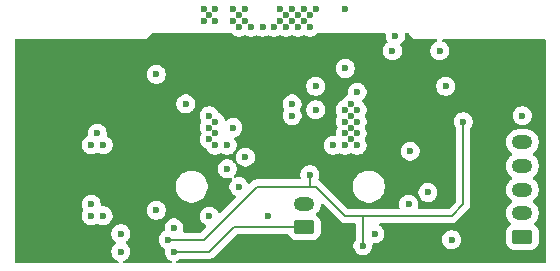
<source format=gbr>
%TF.GenerationSoftware,KiCad,Pcbnew,9.0.7+1*%
%TF.CreationDate,Date%
%TF.ProjectId,Test_5,54657374-5f35-42e6-9b69-6361645f7063,NO_TAG+ (Unreleased)*%
%TF.SameCoordinates,Original*%
%TF.FileFunction,Copper,L3,Inr*%
%TF.FilePolarity,Positive*%
%FSLAX46Y46*%
G04 Gerber Fmt 4.6, Leading zero omitted, Abs format (unit mm)*
G04 Created by KiCad*
%MOMM*%
%LPD*%
G01*
G04 APERTURE LIST*
G04 Aperture macros list*
%AMRoundRect*
0 Rectangle with rounded corners*
0 $1 Rounding radius*
0 $2 $3 $4 $5 $6 $7 $8 $9 X,Y pos of 4 corners*
0 Add a 4 corners polygon primitive as box body*
4,1,4,$2,$3,$4,$5,$6,$7,$8,$9,$2,$3,0*
0 Add four circle primitives for the rounded corners*
1,1,$1+$1,$2,$3*
1,1,$1+$1,$4,$5*
1,1,$1+$1,$6,$7*
1,1,$1+$1,$8,$9*
0 Add four rect primitives between the rounded corners*
20,1,$1+$1,$2,$3,$4,$5,0*
20,1,$1+$1,$4,$5,$6,$7,0*
20,1,$1+$1,$6,$7,$8,$9,0*
20,1,$1+$1,$8,$9,$2,$3,0*%
G04 Aperture macros list end*
%TA.AperFunction,ComponentPad*%
%ADD10RoundRect,0.250000X0.625000X-0.350000X0.625000X0.350000X-0.625000X0.350000X-0.625000X-0.350000X0*%
%TD*%
%TA.AperFunction,ComponentPad*%
%ADD11O,1.750000X1.200000*%
%TD*%
%TA.AperFunction,ViaPad*%
%ADD12C,0.600000*%
%TD*%
%TA.AperFunction,Conductor*%
%ADD13C,0.200000*%
%TD*%
G04 APERTURE END LIST*
D10*
%TO.N,VBUS*%
%TO.C,J2*%
X43500000Y2750000D03*
D11*
%TO.N,/Project Architecture/Power and Interface/CHARGE_LED_IO*%
X43500000Y4750000D03*
%TO.N,/Project Architecture/Power and Interface/PAIR_LED_IO*%
X43500000Y6750000D03*
%TO.N,/Project Architecture/BLE Controller/~{PAIR_SW}*%
X43500000Y8750000D03*
%TO.N,GND*%
X43500000Y10750000D03*
%TD*%
D10*
%TO.N,Net-(J1-Pin_1)*%
%TO.C,J1*%
X25050000Y3550000D03*
D11*
%TO.N,GND*%
X25050000Y5550000D03*
%TD*%
D12*
%TO.N,GND*%
X17500000Y21000000D03*
X20000000Y21000000D03*
X29500000Y15000000D03*
X24000000Y21000000D03*
X21500000Y20500000D03*
X23000000Y22000000D03*
X12500000Y5000000D03*
X31000000Y3000000D03*
X17000000Y13000000D03*
X29500000Y13500000D03*
X28500000Y12500000D03*
X25000000Y21000000D03*
X28500000Y10500000D03*
X17000000Y11000000D03*
X25000000Y22000000D03*
X23000000Y21000000D03*
X17500000Y12500000D03*
X20500000Y20500000D03*
X29500000Y11500000D03*
X17500000Y22000000D03*
X28500000Y22000000D03*
X37500000Y2500000D03*
X17500000Y11500000D03*
X19500000Y20500000D03*
X22500000Y20500000D03*
X17000000Y21500000D03*
X9500000Y1500000D03*
X29500000Y10500000D03*
X24500000Y21500000D03*
X14000000Y3500000D03*
X28500000Y11500000D03*
X19000000Y21000000D03*
X25500000Y21500000D03*
X19500000Y21500000D03*
X29000000Y13000000D03*
X24500000Y20500000D03*
X28500000Y13500000D03*
X19000000Y22000000D03*
X27500000Y10500000D03*
X23500000Y21500000D03*
X7000000Y4525000D03*
X26000000Y22000000D03*
X15000000Y14000000D03*
X16500000Y22000000D03*
X29500000Y12500000D03*
X35500000Y6500000D03*
X29000000Y11000000D03*
X25500000Y20500000D03*
X29000000Y12000000D03*
X6975000Y10525000D03*
X17000000Y12000000D03*
X17500000Y10500000D03*
X9500000Y3000000D03*
X18500000Y10500000D03*
X29000000Y14000000D03*
X23500000Y20500000D03*
X8000000Y4525000D03*
X16500000Y21000000D03*
X24000000Y22000000D03*
X20000000Y22000000D03*
%TO.N,+3.3V*%
X2500000Y8000000D03*
X40000000Y17000000D03*
X31500000Y17500000D03*
X23000000Y10000000D03*
X12500000Y6500000D03*
X15500000Y17500000D03*
X39500000Y4500000D03*
X40500000Y11000000D03*
X21000000Y1500000D03*
X10500000Y17500000D03*
%TO.N,VDD*%
X30000000Y2000000D03*
X25500000Y8000000D03*
X13500000Y2500000D03*
X38500000Y12500000D03*
%TO.N,Net-(J1-Pin_1)*%
X14000000Y1500000D03*
%TO.N,/Project Architecture/Power and Interface/PAIR_LED_IO*%
X43500000Y13000000D03*
%TO.N,/Project Architecture/BLE Controller/~{PAIR_SW}*%
X28500000Y17000000D03*
%TO.N,/Project Architecture/Power and Interface/SWDIO*%
X32750000Y19750000D03*
%TO.N,/Project Architecture/Power and Interface/SWDCLK*%
X37000000Y15500000D03*
%TO.N,/Project Architecture/Power and Interface/~{RESET}*%
X33995000Y10005000D03*
X26000000Y15500000D03*
%TO.N,/Project Architecture/Load Cell Amp/EXC+*%
X12500000Y16500000D03*
%TO.N,/Project Architecture/Power and Interface/STAT*%
X26000000Y13500000D03*
X33862500Y5500000D03*
%TO.N,/Project Architecture/BLE Controller/~{PAIR_LED}*%
X32500000Y18500000D03*
X36500000Y18500000D03*
%TO.N,Net-(U1A--)*%
X7000000Y5500000D03*
%TO.N,/Project Architecture/BLE Controller/LOAD_CELL*%
X20050000Y9500000D03*
%TO.N,/Project Architecture/BLE Controller/SDA*%
X24000000Y14000000D03*
X19500000Y7000000D03*
%TO.N,/Project Architecture/BLE Controller/SCL*%
X24000000Y13000000D03*
X22000000Y4500000D03*
%TO.N,/Project Architecture/BLE Controller/~{BATT_INT}*%
X19000000Y12000000D03*
X17000000Y4500000D03*
X18500000Y8500000D03*
%TO.N,/Project Architecture/Load Cell Amp/SIG-*%
X8025000Y10525000D03*
%TO.N,/Project Architecture/Load Cell Amp/SIG+*%
X7500000Y11500000D03*
%TD*%
D13*
%TO.N,VDD*%
X13500000Y2500000D02*
X16500000Y2500000D01*
X30000000Y4500000D02*
X28500000Y4500000D01*
X37500000Y4500000D02*
X30000000Y4500000D01*
X16500000Y2500000D02*
X21000000Y7000000D01*
X38500000Y12500000D02*
X38500000Y5500000D01*
X25500000Y7000000D02*
X26000000Y7000000D01*
X28500000Y4500000D02*
X26000000Y7000000D01*
X38500000Y5500000D02*
X37500000Y4500000D01*
X25500000Y8000000D02*
X25500000Y7000000D01*
X30000000Y2000000D02*
X30000000Y4500000D01*
X21000000Y7000000D02*
X25500000Y7000000D01*
%TO.N,Net-(J1-Pin_1)*%
X14000000Y1500000D02*
X17000000Y1500000D01*
X17000000Y1500000D02*
X19050000Y3550000D01*
X19050000Y3550000D02*
X25050000Y3550000D01*
%TD*%
%TA.AperFunction,Conductor*%
%TO.N,+3.3V*%
G36*
X18883598Y19980315D02*
G01*
X18904240Y19963681D01*
X18989707Y19878214D01*
X18989711Y19878211D01*
X19120814Y19790610D01*
X19120827Y19790603D01*
X19254381Y19735284D01*
X19266503Y19730263D01*
X19421153Y19699501D01*
X19421156Y19699500D01*
X19421158Y19699500D01*
X19578844Y19699500D01*
X19578845Y19699501D01*
X19733497Y19730263D01*
X19879179Y19790606D01*
X19931110Y19825306D01*
X19997785Y19846184D01*
X20065165Y19827700D01*
X20068863Y19825324D01*
X20120821Y19790606D01*
X20120823Y19790605D01*
X20120825Y19790604D01*
X20254381Y19735284D01*
X20266503Y19730263D01*
X20421153Y19699501D01*
X20421156Y19699500D01*
X20421158Y19699500D01*
X20578844Y19699500D01*
X20578845Y19699501D01*
X20733497Y19730263D01*
X20879179Y19790606D01*
X20931110Y19825306D01*
X20997785Y19846184D01*
X21065165Y19827700D01*
X21068863Y19825324D01*
X21120821Y19790606D01*
X21120823Y19790605D01*
X21120825Y19790604D01*
X21254381Y19735284D01*
X21266503Y19730263D01*
X21421153Y19699501D01*
X21421156Y19699500D01*
X21421158Y19699500D01*
X21578844Y19699500D01*
X21578845Y19699501D01*
X21733497Y19730263D01*
X21879179Y19790606D01*
X21931110Y19825306D01*
X21997785Y19846184D01*
X22065165Y19827700D01*
X22068863Y19825324D01*
X22120821Y19790606D01*
X22120823Y19790605D01*
X22120825Y19790604D01*
X22254381Y19735284D01*
X22266503Y19730263D01*
X22421153Y19699501D01*
X22421156Y19699500D01*
X22421158Y19699500D01*
X22578844Y19699500D01*
X22578845Y19699501D01*
X22733497Y19730263D01*
X22879179Y19790606D01*
X22931110Y19825306D01*
X22997785Y19846184D01*
X23065165Y19827700D01*
X23068863Y19825324D01*
X23120821Y19790606D01*
X23120823Y19790605D01*
X23120825Y19790604D01*
X23254381Y19735284D01*
X23266503Y19730263D01*
X23421153Y19699501D01*
X23421156Y19699500D01*
X23421158Y19699500D01*
X23578844Y19699500D01*
X23578845Y19699501D01*
X23733497Y19730263D01*
X23879179Y19790606D01*
X23931110Y19825306D01*
X23997785Y19846184D01*
X24065165Y19827700D01*
X24068863Y19825324D01*
X24120821Y19790606D01*
X24120823Y19790605D01*
X24120825Y19790604D01*
X24254381Y19735284D01*
X24266503Y19730263D01*
X24421153Y19699501D01*
X24421156Y19699500D01*
X24421158Y19699500D01*
X24578844Y19699500D01*
X24578845Y19699501D01*
X24733497Y19730263D01*
X24879179Y19790606D01*
X24931110Y19825306D01*
X24997785Y19846184D01*
X25065165Y19827700D01*
X25068863Y19825324D01*
X25120821Y19790606D01*
X25120823Y19790605D01*
X25120825Y19790604D01*
X25254381Y19735284D01*
X25266503Y19730263D01*
X25421153Y19699501D01*
X25421156Y19699500D01*
X25421158Y19699500D01*
X25578844Y19699500D01*
X25578845Y19699501D01*
X25733497Y19730263D01*
X25879179Y19790606D01*
X26010289Y19878211D01*
X26038974Y19906896D01*
X26095760Y19963681D01*
X26157083Y19997166D01*
X26183441Y20000000D01*
X31832451Y20000000D01*
X31899490Y19980315D01*
X31945245Y19927511D01*
X31955189Y19858353D01*
X31954068Y19851808D01*
X31949500Y19828845D01*
X31949500Y19671154D01*
X31980261Y19516511D01*
X31980264Y19516499D01*
X32040602Y19370828D01*
X32040609Y19370815D01*
X32071043Y19325268D01*
X32091921Y19258591D01*
X32073437Y19191210D01*
X32036832Y19153275D01*
X31989711Y19121790D01*
X31989707Y19121787D01*
X31878213Y19010293D01*
X31878210Y19010289D01*
X31790609Y18879186D01*
X31790602Y18879173D01*
X31730264Y18733502D01*
X31730261Y18733490D01*
X31699500Y18578847D01*
X31699500Y18421154D01*
X31730261Y18266511D01*
X31730264Y18266499D01*
X31790602Y18120828D01*
X31790609Y18120815D01*
X31878210Y17989712D01*
X31878213Y17989708D01*
X31989707Y17878214D01*
X31989711Y17878211D01*
X32120814Y17790610D01*
X32120827Y17790603D01*
X32266498Y17730265D01*
X32266503Y17730263D01*
X32421153Y17699501D01*
X32421156Y17699500D01*
X32421158Y17699500D01*
X32578844Y17699500D01*
X32578845Y17699501D01*
X32733497Y17730263D01*
X32879179Y17790606D01*
X33010289Y17878211D01*
X33121789Y17989711D01*
X33209394Y18120821D01*
X33269737Y18266503D01*
X33300500Y18421158D01*
X33300500Y18578842D01*
X33300500Y18578845D01*
X33300499Y18578847D01*
X33269738Y18733490D01*
X33269737Y18733497D01*
X33269735Y18733502D01*
X33209397Y18879173D01*
X33209395Y18879177D01*
X33209394Y18879179D01*
X33178956Y18924733D01*
X33158078Y18991410D01*
X33176562Y19058790D01*
X33213167Y19096726D01*
X33260289Y19128211D01*
X33371789Y19239711D01*
X33459394Y19370821D01*
X33519737Y19516503D01*
X33550500Y19671158D01*
X33550500Y19828842D01*
X33550500Y19828845D01*
X33545932Y19851808D01*
X33547809Y19872793D01*
X33544811Y19893647D01*
X33550861Y19906896D01*
X33552159Y19921399D01*
X33565083Y19938037D01*
X33573836Y19957203D01*
X33586087Y19965077D01*
X33595021Y19976577D01*
X33614889Y19983587D01*
X33632614Y19994977D01*
X33657196Y19998512D01*
X33660911Y19999822D01*
X33667549Y20000000D01*
X33824501Y20000000D01*
X33891540Y19980315D01*
X33926084Y19947111D01*
X34035635Y19790610D01*
X34074363Y19735284D01*
X34080164Y19726176D01*
X34099500Y19692686D01*
X34107426Y19684760D01*
X34121328Y19668190D01*
X34127759Y19659003D01*
X34127760Y19659002D01*
X34127761Y19659001D01*
X34161522Y19630664D01*
X34192686Y19599500D01*
X34211792Y19588469D01*
X34220105Y19581492D01*
X34220113Y19581486D01*
X34228699Y19574279D01*
X34228700Y19574279D01*
X34228702Y19574277D01*
X34268646Y19555645D01*
X34306814Y19533608D01*
X34328132Y19527896D01*
X34348131Y19518567D01*
X34348132Y19518567D01*
X34348134Y19518566D01*
X34386216Y19511846D01*
X34386219Y19511846D01*
X34391539Y19510908D01*
X34434108Y19499500D01*
X34456173Y19499500D01*
X34477910Y19495664D01*
X34516444Y19499030D01*
X34527234Y19499500D01*
X36197810Y19499500D01*
X36264849Y19479815D01*
X36310604Y19427011D01*
X36320548Y19357853D01*
X36291523Y19294297D01*
X36245262Y19260939D01*
X36120827Y19209398D01*
X36120814Y19209391D01*
X35989711Y19121790D01*
X35989707Y19121787D01*
X35878213Y19010293D01*
X35878210Y19010289D01*
X35790609Y18879186D01*
X35790602Y18879173D01*
X35730264Y18733502D01*
X35730261Y18733490D01*
X35699500Y18578847D01*
X35699500Y18421154D01*
X35730261Y18266511D01*
X35730264Y18266499D01*
X35790602Y18120828D01*
X35790609Y18120815D01*
X35878210Y17989712D01*
X35878213Y17989708D01*
X35989707Y17878214D01*
X35989711Y17878211D01*
X36120814Y17790610D01*
X36120827Y17790603D01*
X36266498Y17730265D01*
X36266503Y17730263D01*
X36421153Y17699501D01*
X36421156Y17699500D01*
X36421158Y17699500D01*
X36578844Y17699500D01*
X36578845Y17699501D01*
X36733497Y17730263D01*
X36879179Y17790606D01*
X37010289Y17878211D01*
X37121789Y17989711D01*
X37209394Y18120821D01*
X37269737Y18266503D01*
X37300500Y18421158D01*
X37300500Y18578842D01*
X37300500Y18578845D01*
X37300499Y18578847D01*
X37269738Y18733490D01*
X37269737Y18733497D01*
X37269735Y18733502D01*
X37209397Y18879173D01*
X37209390Y18879186D01*
X37121789Y19010289D01*
X37121786Y19010293D01*
X37010292Y19121787D01*
X37010288Y19121790D01*
X36879185Y19209391D01*
X36879172Y19209398D01*
X36754738Y19260939D01*
X36700334Y19304779D01*
X36678269Y19371074D01*
X36695548Y19438773D01*
X36746685Y19486384D01*
X36802190Y19499500D01*
X45375500Y19499500D01*
X45442539Y19479815D01*
X45488294Y19427011D01*
X45499500Y19375500D01*
X45499500Y624500D01*
X45479815Y557461D01*
X45427011Y511706D01*
X45375500Y500500D01*
X14302190Y500500D01*
X14235151Y520185D01*
X14189396Y572989D01*
X14179452Y642147D01*
X14208477Y705703D01*
X14254738Y739061D01*
X14379172Y790603D01*
X14379172Y790604D01*
X14379179Y790606D01*
X14379185Y790610D01*
X14510875Y878602D01*
X14577553Y899480D01*
X14579766Y899500D01*
X16913331Y899500D01*
X16913347Y899499D01*
X16920943Y899499D01*
X17079054Y899499D01*
X17079057Y899499D01*
X17231785Y940423D01*
X17281904Y969361D01*
X17368716Y1019480D01*
X17480520Y1131284D01*
X17480520Y1131286D01*
X17490728Y1141493D01*
X17490729Y1141496D01*
X19262417Y2913181D01*
X19323740Y2946666D01*
X19350098Y2949500D01*
X23629092Y2949500D01*
X23696131Y2929815D01*
X23734636Y2885729D01*
X23736395Y2886813D01*
X23740185Y2880669D01*
X23740186Y2880666D01*
X23832288Y2731344D01*
X23956344Y2607288D01*
X24105666Y2515186D01*
X24272203Y2460001D01*
X24374991Y2449500D01*
X25725008Y2449501D01*
X25827797Y2460001D01*
X25994334Y2515186D01*
X26143656Y2607288D01*
X26267712Y2731344D01*
X26359814Y2880666D01*
X26414999Y3047203D01*
X26425500Y3149991D01*
X26425499Y3950008D01*
X26423522Y3969358D01*
X26414999Y4052797D01*
X26414998Y4052800D01*
X26392458Y4120821D01*
X26359814Y4219334D01*
X26267712Y4368656D01*
X26143656Y4492712D01*
X26143652Y4492715D01*
X26079456Y4532312D01*
X26032731Y4584260D01*
X26021510Y4653223D01*
X26049353Y4717305D01*
X26056850Y4725509D01*
X26164414Y4833072D01*
X26266232Y4973212D01*
X26344873Y5127555D01*
X26398402Y5292299D01*
X26398789Y5294739D01*
X26412162Y5379179D01*
X26423235Y5449094D01*
X26453164Y5512227D01*
X26512475Y5549159D01*
X26582338Y5548161D01*
X26633389Y5517376D01*
X28015139Y4135626D01*
X28015149Y4135615D01*
X28019479Y4131285D01*
X28019480Y4131284D01*
X28131284Y4019480D01*
X28182845Y3989712D01*
X28218095Y3969361D01*
X28218097Y3969359D01*
X28251593Y3950020D01*
X28268215Y3940423D01*
X28420943Y3899499D01*
X28420946Y3899499D01*
X28586653Y3899499D01*
X28586669Y3899500D01*
X29275500Y3899500D01*
X29342539Y3879815D01*
X29388294Y3827011D01*
X29399500Y3775500D01*
X29399500Y2579766D01*
X29379815Y2512727D01*
X29378602Y2510875D01*
X29290609Y2379186D01*
X29290602Y2379173D01*
X29230264Y2233502D01*
X29230261Y2233490D01*
X29199500Y2078847D01*
X29199500Y1921154D01*
X29230261Y1766511D01*
X29230264Y1766499D01*
X29290602Y1620828D01*
X29290609Y1620815D01*
X29378210Y1489712D01*
X29378213Y1489708D01*
X29489707Y1378214D01*
X29489711Y1378211D01*
X29620814Y1290610D01*
X29620827Y1290603D01*
X29766498Y1230265D01*
X29766503Y1230263D01*
X29921153Y1199501D01*
X29921156Y1199500D01*
X29921158Y1199500D01*
X30078844Y1199500D01*
X30078845Y1199501D01*
X30233497Y1230263D01*
X30379179Y1290606D01*
X30510289Y1378211D01*
X30621789Y1489711D01*
X30709394Y1620821D01*
X30769737Y1766503D01*
X30800500Y1921158D01*
X30800500Y2075500D01*
X30820185Y2142539D01*
X30872989Y2188294D01*
X30924500Y2199500D01*
X31078844Y2199500D01*
X31078845Y2199501D01*
X31233497Y2230263D01*
X31379179Y2290606D01*
X31510289Y2378211D01*
X31621789Y2489711D01*
X31681348Y2578847D01*
X36699500Y2578847D01*
X36699500Y2421154D01*
X36730261Y2266511D01*
X36730264Y2266499D01*
X36790602Y2120828D01*
X36790609Y2120815D01*
X36878210Y1989712D01*
X36878213Y1989708D01*
X36989707Y1878214D01*
X36989711Y1878211D01*
X37120814Y1790610D01*
X37120827Y1790603D01*
X37234425Y1743550D01*
X37266503Y1730263D01*
X37421153Y1699501D01*
X37421156Y1699500D01*
X37421158Y1699500D01*
X37578844Y1699500D01*
X37578845Y1699501D01*
X37733497Y1730263D01*
X37879179Y1790606D01*
X38010289Y1878211D01*
X38121789Y1989711D01*
X38209394Y2120821D01*
X38269737Y2266503D01*
X38300500Y2421158D01*
X38300500Y2578842D01*
X38300500Y2578845D01*
X38300499Y2578847D01*
X38269738Y2733490D01*
X38269737Y2733497D01*
X38256062Y2766511D01*
X38209397Y2879173D01*
X38209390Y2879186D01*
X38121789Y3010289D01*
X38121786Y3010293D01*
X38010292Y3121787D01*
X38010288Y3121790D01*
X37879185Y3209391D01*
X37879172Y3209398D01*
X37733501Y3269736D01*
X37733489Y3269739D01*
X37578845Y3300500D01*
X37578842Y3300500D01*
X37421158Y3300500D01*
X37421155Y3300500D01*
X37266510Y3269739D01*
X37266498Y3269736D01*
X37120827Y3209398D01*
X37120814Y3209391D01*
X36989711Y3121790D01*
X36989707Y3121787D01*
X36878213Y3010293D01*
X36878210Y3010289D01*
X36790609Y2879186D01*
X36790602Y2879173D01*
X36730264Y2733502D01*
X36730261Y2733490D01*
X36699500Y2578847D01*
X31681348Y2578847D01*
X31709394Y2620821D01*
X31769737Y2766503D01*
X31800500Y2921158D01*
X31800500Y3078842D01*
X31800500Y3078845D01*
X31800499Y3078847D01*
X31791957Y3121790D01*
X31769737Y3233497D01*
X31761743Y3252797D01*
X31709397Y3379173D01*
X31709390Y3379186D01*
X31621789Y3510289D01*
X31621786Y3510293D01*
X31510292Y3621787D01*
X31510288Y3621790D01*
X31434548Y3672398D01*
X31389743Y3726010D01*
X31381036Y3795335D01*
X31411190Y3858363D01*
X31470634Y3895082D01*
X31503439Y3899500D01*
X37413331Y3899500D01*
X37413347Y3899499D01*
X37420943Y3899499D01*
X37579054Y3899499D01*
X37579057Y3899499D01*
X37731785Y3940423D01*
X37781904Y3969361D01*
X37868716Y4019480D01*
X37980520Y4131284D01*
X37980520Y4131286D01*
X37990728Y4141493D01*
X37990729Y4141496D01*
X38980520Y5131284D01*
X39059577Y5268216D01*
X39100501Y5420943D01*
X39100501Y5579058D01*
X39100501Y5586653D01*
X39100500Y5586671D01*
X39100500Y10836611D01*
X42124500Y10836611D01*
X42124500Y10663390D01*
X42147956Y10515289D01*
X42151598Y10492299D01*
X42205127Y10327555D01*
X42283768Y10173212D01*
X42385586Y10033072D01*
X42508072Y9910586D01*
X42508078Y9910582D01*
X42591023Y9850317D01*
X42633689Y9794987D01*
X42639667Y9725374D01*
X42607061Y9663579D01*
X42591023Y9649683D01*
X42508078Y9589419D01*
X42508069Y9589412D01*
X42385588Y9466931D01*
X42385588Y9466930D01*
X42385586Y9466928D01*
X42352332Y9421158D01*
X42283768Y9326789D01*
X42205128Y9172448D01*
X42151597Y9007698D01*
X42124500Y8836611D01*
X42124500Y8663390D01*
X42148748Y8510289D01*
X42151598Y8492299D01*
X42205127Y8327555D01*
X42283768Y8173212D01*
X42385586Y8033072D01*
X42508072Y7910586D01*
X42508078Y7910582D01*
X42591023Y7850317D01*
X42633689Y7794987D01*
X42639667Y7725374D01*
X42607061Y7663579D01*
X42591023Y7649683D01*
X42508078Y7589419D01*
X42508069Y7589412D01*
X42385588Y7466931D01*
X42385588Y7466930D01*
X42385586Y7466928D01*
X42341859Y7406744D01*
X42283768Y7326789D01*
X42205128Y7172448D01*
X42151597Y7007698D01*
X42137891Y6921158D01*
X42124500Y6836611D01*
X42124500Y6663389D01*
X42151598Y6492299D01*
X42193551Y6363181D01*
X42205128Y6327553D01*
X42236018Y6266928D01*
X42283768Y6173212D01*
X42385586Y6033072D01*
X42508072Y5910586D01*
X42508078Y5910582D01*
X42591023Y5850317D01*
X42633689Y5794987D01*
X42639667Y5725374D01*
X42607061Y5663579D01*
X42591023Y5649683D01*
X42508078Y5589419D01*
X42508069Y5589412D01*
X42385588Y5466931D01*
X42385588Y5466930D01*
X42385586Y5466928D01*
X42352332Y5421158D01*
X42283768Y5326789D01*
X42205128Y5172448D01*
X42151597Y5007698D01*
X42124500Y4836611D01*
X42124500Y4663390D01*
X42151532Y4492712D01*
X42151598Y4492299D01*
X42205127Y4327555D01*
X42283768Y4173212D01*
X42385586Y4033072D01*
X42385588Y4033070D01*
X42493127Y3925531D01*
X42526612Y3864208D01*
X42521628Y3794516D01*
X42479756Y3738583D01*
X42470544Y3732312D01*
X42406344Y3692713D01*
X42282289Y3568658D01*
X42190187Y3419337D01*
X42190186Y3419334D01*
X42135001Y3252797D01*
X42135001Y3252796D01*
X42135000Y3252796D01*
X42124500Y3150017D01*
X42124500Y2349999D01*
X42124501Y2349981D01*
X42135000Y2247204D01*
X42135001Y2247201D01*
X42176880Y2120821D01*
X42190186Y2080666D01*
X42282288Y1931344D01*
X42406344Y1807288D01*
X42555666Y1715186D01*
X42722203Y1660001D01*
X42824991Y1649500D01*
X44175008Y1649501D01*
X44277797Y1660001D01*
X44444334Y1715186D01*
X44593656Y1807288D01*
X44717712Y1931344D01*
X44809814Y2080666D01*
X44864999Y2247203D01*
X44875500Y2349991D01*
X44875499Y3150008D01*
X44873151Y3172989D01*
X44864999Y3252797D01*
X44864998Y3252800D01*
X44823120Y3379179D01*
X44809814Y3419334D01*
X44717712Y3568656D01*
X44593656Y3692712D01*
X44593652Y3692715D01*
X44529456Y3732312D01*
X44482731Y3784260D01*
X44471510Y3853223D01*
X44499353Y3917305D01*
X44506850Y3925509D01*
X44614414Y4033072D01*
X44716232Y4173212D01*
X44794873Y4327555D01*
X44848402Y4492299D01*
X44875500Y4663389D01*
X44875500Y4836611D01*
X44848402Y5007701D01*
X44794873Y5172445D01*
X44716232Y5326788D01*
X44614414Y5466928D01*
X44491928Y5589414D01*
X44408975Y5649683D01*
X44366311Y5705012D01*
X44360332Y5774626D01*
X44392938Y5836421D01*
X44408976Y5850318D01*
X44491928Y5910586D01*
X44614414Y6033072D01*
X44716232Y6173212D01*
X44794873Y6327555D01*
X44848402Y6492299D01*
X44875500Y6663389D01*
X44875500Y6836611D01*
X44848402Y7007701D01*
X44794873Y7172445D01*
X44716232Y7326788D01*
X44614414Y7466928D01*
X44491928Y7589414D01*
X44408975Y7649683D01*
X44366311Y7705012D01*
X44360332Y7774626D01*
X44392938Y7836421D01*
X44408976Y7850318D01*
X44491928Y7910586D01*
X44614414Y8033072D01*
X44716232Y8173212D01*
X44794873Y8327555D01*
X44848402Y8492299D01*
X44875500Y8663389D01*
X44875500Y8836611D01*
X44848402Y9007701D01*
X44794873Y9172445D01*
X44716232Y9326788D01*
X44614414Y9466928D01*
X44491928Y9589414D01*
X44408975Y9649683D01*
X44366311Y9705012D01*
X44360332Y9774626D01*
X44392938Y9836421D01*
X44408976Y9850318D01*
X44491928Y9910586D01*
X44614414Y10033072D01*
X44716232Y10173212D01*
X44794873Y10327555D01*
X44848402Y10492299D01*
X44875500Y10663389D01*
X44875500Y10836611D01*
X44848402Y11007701D01*
X44794873Y11172445D01*
X44716232Y11326788D01*
X44614414Y11466928D01*
X44491928Y11589414D01*
X44351788Y11691232D01*
X44197445Y11769873D01*
X44032701Y11823402D01*
X44032699Y11823403D01*
X44032698Y11823403D01*
X43901271Y11844219D01*
X43861611Y11850500D01*
X43138389Y11850500D01*
X43098728Y11844219D01*
X42967302Y11823403D01*
X42802552Y11769872D01*
X42648211Y11691232D01*
X42568256Y11633141D01*
X42508072Y11589414D01*
X42508070Y11589412D01*
X42508069Y11589412D01*
X42385588Y11466931D01*
X42385588Y11466930D01*
X42385586Y11466928D01*
X42352332Y11421158D01*
X42283768Y11326789D01*
X42205128Y11172448D01*
X42151597Y11007698D01*
X42124500Y10836611D01*
X39100500Y10836611D01*
X39100500Y11920235D01*
X39120185Y11987274D01*
X39121398Y11989126D01*
X39181347Y12078845D01*
X39209394Y12120821D01*
X39269737Y12266503D01*
X39300500Y12421158D01*
X39300500Y12578842D01*
X39300500Y12578845D01*
X39300499Y12578847D01*
X39274531Y12709394D01*
X39269737Y12733497D01*
X39256062Y12766511D01*
X39209397Y12879173D01*
X39209390Y12879186D01*
X39121790Y13010288D01*
X39121784Y13010295D01*
X39053232Y13078847D01*
X42699500Y13078847D01*
X42699500Y12921154D01*
X42730261Y12766511D01*
X42730264Y12766499D01*
X42790602Y12620828D01*
X42790609Y12620815D01*
X42878210Y12489712D01*
X42878213Y12489708D01*
X42989707Y12378214D01*
X42989711Y12378211D01*
X43120814Y12290610D01*
X43120827Y12290603D01*
X43258683Y12233502D01*
X43266503Y12230263D01*
X43421153Y12199501D01*
X43421156Y12199500D01*
X43421158Y12199500D01*
X43578844Y12199500D01*
X43578845Y12199501D01*
X43733497Y12230263D01*
X43879179Y12290606D01*
X44010289Y12378211D01*
X44121789Y12489711D01*
X44209394Y12620821D01*
X44269737Y12766503D01*
X44300500Y12921158D01*
X44300500Y13078842D01*
X44300500Y13078845D01*
X44300499Y13078847D01*
X44274531Y13209396D01*
X44269737Y13233497D01*
X44267264Y13239468D01*
X44209397Y13379173D01*
X44209390Y13379186D01*
X44121789Y13510289D01*
X44121786Y13510293D01*
X44010292Y13621787D01*
X44010288Y13621790D01*
X43879185Y13709391D01*
X43879172Y13709398D01*
X43733501Y13769736D01*
X43733489Y13769739D01*
X43578845Y13800500D01*
X43578842Y13800500D01*
X43421158Y13800500D01*
X43421155Y13800500D01*
X43266510Y13769739D01*
X43266498Y13769736D01*
X43120827Y13709398D01*
X43120814Y13709391D01*
X42989711Y13621790D01*
X42989707Y13621787D01*
X42878213Y13510293D01*
X42878210Y13510289D01*
X42790609Y13379186D01*
X42790602Y13379173D01*
X42730264Y13233502D01*
X42730261Y13233490D01*
X42699500Y13078847D01*
X39053232Y13078847D01*
X39010292Y13121787D01*
X39010288Y13121790D01*
X38879185Y13209391D01*
X38879172Y13209398D01*
X38733501Y13269736D01*
X38733489Y13269739D01*
X38578845Y13300500D01*
X38578842Y13300500D01*
X38421158Y13300500D01*
X38421155Y13300500D01*
X38266510Y13269739D01*
X38266498Y13269736D01*
X38120827Y13209398D01*
X38120814Y13209391D01*
X37989711Y13121790D01*
X37989707Y13121787D01*
X37878213Y13010293D01*
X37878210Y13010289D01*
X37790609Y12879186D01*
X37790602Y12879173D01*
X37730264Y12733502D01*
X37730261Y12733490D01*
X37699500Y12578847D01*
X37699500Y12421154D01*
X37730261Y12266511D01*
X37730264Y12266499D01*
X37790602Y12120828D01*
X37790609Y12120815D01*
X37878602Y11989126D01*
X37899480Y11922449D01*
X37899500Y11920235D01*
X37899500Y5800098D01*
X37879815Y5733059D01*
X37863181Y5712417D01*
X37287584Y5136819D01*
X37226261Y5103334D01*
X37199903Y5100500D01*
X34749055Y5100500D01*
X34682016Y5120185D01*
X34636261Y5172989D01*
X34626317Y5242147D01*
X34631340Y5260412D01*
X34630469Y5260676D01*
X34632231Y5266491D01*
X34632237Y5266503D01*
X34663000Y5421158D01*
X34663000Y5578842D01*
X34663000Y5578845D01*
X34662999Y5578847D01*
X34648909Y5649683D01*
X34632237Y5733497D01*
X34625401Y5750000D01*
X34571897Y5879173D01*
X34571890Y5879186D01*
X34484289Y6010289D01*
X34484286Y6010293D01*
X34372792Y6121787D01*
X34372788Y6121790D01*
X34241685Y6209391D01*
X34241672Y6209398D01*
X34096001Y6269736D01*
X34095989Y6269739D01*
X33941345Y6300500D01*
X33941342Y6300500D01*
X33783658Y6300500D01*
X33783655Y6300500D01*
X33629010Y6269739D01*
X33628998Y6269736D01*
X33483327Y6209398D01*
X33483314Y6209391D01*
X33352211Y6121790D01*
X33352207Y6121787D01*
X33240713Y6010293D01*
X33240710Y6010289D01*
X33153109Y5879186D01*
X33153102Y5879173D01*
X33092764Y5733502D01*
X33092761Y5733490D01*
X33062000Y5578847D01*
X33062000Y5421154D01*
X33092761Y5266511D01*
X33094531Y5260676D01*
X33091779Y5259842D01*
X33098003Y5202641D01*
X33066809Y5140122D01*
X33006766Y5104392D01*
X32975945Y5100500D01*
X28800097Y5100500D01*
X28733058Y5120185D01*
X28712416Y5136819D01*
X26742948Y7106287D01*
X29149500Y7106287D01*
X29149500Y6893713D01*
X29182754Y6683757D01*
X29245803Y6489712D01*
X29248444Y6481586D01*
X29344951Y6292180D01*
X29469890Y6120214D01*
X29620213Y5969891D01*
X29792179Y5844952D01*
X29792181Y5844951D01*
X29792184Y5844949D01*
X29981588Y5748443D01*
X30183757Y5682754D01*
X30393713Y5649500D01*
X30393714Y5649500D01*
X30606286Y5649500D01*
X30606287Y5649500D01*
X30816243Y5682754D01*
X31018412Y5748443D01*
X31207816Y5844949D01*
X31298153Y5910582D01*
X31379786Y5969891D01*
X31379788Y5969894D01*
X31379792Y5969896D01*
X31530104Y6120208D01*
X31530106Y6120212D01*
X31530109Y6120214D01*
X31646649Y6280619D01*
X31655051Y6292184D01*
X31751557Y6481588D01*
X31783159Y6578847D01*
X34699500Y6578847D01*
X34699500Y6421154D01*
X34730261Y6266511D01*
X34730264Y6266499D01*
X34790602Y6120828D01*
X34790609Y6120815D01*
X34878210Y5989712D01*
X34878213Y5989708D01*
X34989707Y5878214D01*
X34989711Y5878211D01*
X35120814Y5790610D01*
X35120827Y5790603D01*
X35222607Y5748445D01*
X35266503Y5730263D01*
X35421153Y5699501D01*
X35421156Y5699500D01*
X35421158Y5699500D01*
X35578844Y5699500D01*
X35578845Y5699501D01*
X35733497Y5730263D01*
X35879179Y5790606D01*
X36010289Y5878211D01*
X36121789Y5989711D01*
X36209394Y6120821D01*
X36269737Y6266503D01*
X36300500Y6421158D01*
X36300500Y6578842D01*
X36300500Y6578845D01*
X36300499Y6578847D01*
X36269738Y6733490D01*
X36269737Y6733497D01*
X36227026Y6836611D01*
X36209397Y6879173D01*
X36209390Y6879186D01*
X36121789Y7010289D01*
X36121786Y7010293D01*
X36010292Y7121787D01*
X36010288Y7121790D01*
X35879185Y7209391D01*
X35879172Y7209398D01*
X35733501Y7269736D01*
X35733489Y7269739D01*
X35578845Y7300500D01*
X35578842Y7300500D01*
X35421158Y7300500D01*
X35421155Y7300500D01*
X35266510Y7269739D01*
X35266498Y7269736D01*
X35120827Y7209398D01*
X35120814Y7209391D01*
X34989711Y7121790D01*
X34989707Y7121787D01*
X34878213Y7010293D01*
X34878210Y7010289D01*
X34790609Y6879186D01*
X34790602Y6879173D01*
X34730264Y6733502D01*
X34730261Y6733490D01*
X34699500Y6578847D01*
X31783159Y6578847D01*
X31817246Y6683757D01*
X31850500Y6893713D01*
X31850500Y7106287D01*
X31817246Y7316243D01*
X31751557Y7518412D01*
X31655051Y7707816D01*
X31655049Y7707819D01*
X31655048Y7707821D01*
X31530109Y7879787D01*
X31379786Y8030110D01*
X31207820Y8155049D01*
X31018414Y8251556D01*
X31018413Y8251557D01*
X31018412Y8251557D01*
X30816243Y8317246D01*
X30816241Y8317247D01*
X30816240Y8317247D01*
X30654957Y8342792D01*
X30606287Y8350500D01*
X30393713Y8350500D01*
X30345042Y8342792D01*
X30183760Y8317247D01*
X30183757Y8317246D01*
X30027612Y8266511D01*
X29981585Y8251556D01*
X29792179Y8155049D01*
X29620213Y8030110D01*
X29469890Y7879787D01*
X29344951Y7707821D01*
X29248444Y7518415D01*
X29182753Y7316240D01*
X29165830Y7209391D01*
X29149500Y7106287D01*
X26742948Y7106287D01*
X26487590Y7361645D01*
X26487588Y7361648D01*
X26368717Y7480519D01*
X26368716Y7480520D01*
X26287419Y7527456D01*
X26239203Y7578023D01*
X26225979Y7646630D01*
X26234855Y7682291D01*
X26269737Y7766503D01*
X26300500Y7921158D01*
X26300500Y8078842D01*
X26300500Y8078845D01*
X26300499Y8078847D01*
X26285341Y8155051D01*
X26269737Y8233497D01*
X26256062Y8266511D01*
X26209397Y8379173D01*
X26209390Y8379186D01*
X26121789Y8510289D01*
X26121786Y8510293D01*
X26010292Y8621787D01*
X26010288Y8621790D01*
X25879185Y8709391D01*
X25879172Y8709398D01*
X25733501Y8769736D01*
X25733489Y8769739D01*
X25578845Y8800500D01*
X25578842Y8800500D01*
X25421158Y8800500D01*
X25421155Y8800500D01*
X25266510Y8769739D01*
X25266498Y8769736D01*
X25120827Y8709398D01*
X25120814Y8709391D01*
X24989711Y8621790D01*
X24989707Y8621787D01*
X24878213Y8510293D01*
X24878210Y8510289D01*
X24790609Y8379186D01*
X24790602Y8379173D01*
X24730264Y8233502D01*
X24730261Y8233490D01*
X24699500Y8078847D01*
X24699500Y7921154D01*
X24730261Y7766511D01*
X24732031Y7760676D01*
X24729279Y7759842D01*
X24735503Y7702641D01*
X24704309Y7640122D01*
X24644266Y7604392D01*
X24613445Y7600500D01*
X21086669Y7600500D01*
X21086653Y7600501D01*
X21079057Y7600501D01*
X20920943Y7600501D01*
X20821915Y7573966D01*
X20768210Y7559576D01*
X20768209Y7559575D01*
X20718096Y7530641D01*
X20718095Y7530640D01*
X20682853Y7510293D01*
X20631285Y7480521D01*
X20631282Y7480519D01*
X20519480Y7368717D01*
X20519480Y7368716D01*
X20519478Y7368714D01*
X20474735Y7323971D01*
X20434504Y7283740D01*
X20373180Y7250256D01*
X20303489Y7255240D01*
X20247555Y7297112D01*
X20232263Y7323967D01*
X20209394Y7379179D01*
X20209390Y7379186D01*
X20121789Y7510289D01*
X20121786Y7510293D01*
X20010292Y7621787D01*
X20010288Y7621790D01*
X19879185Y7709391D01*
X19879172Y7709398D01*
X19733501Y7769736D01*
X19733489Y7769739D01*
X19578845Y7800500D01*
X19578842Y7800500D01*
X19421158Y7800500D01*
X19421155Y7800500D01*
X19266510Y7769739D01*
X19266502Y7769737D01*
X19219878Y7750425D01*
X19150408Y7742958D01*
X19087930Y7774234D01*
X19052278Y7834323D01*
X19054773Y7904148D01*
X19084747Y7952669D01*
X19121786Y7989708D01*
X19121789Y7989711D01*
X19209394Y8120821D01*
X19269737Y8266503D01*
X19300500Y8421158D01*
X19300500Y8578842D01*
X19300500Y8578845D01*
X19300499Y8578847D01*
X19274531Y8709394D01*
X19269737Y8733497D01*
X19209394Y8879179D01*
X19121789Y9010289D01*
X19121228Y9010850D01*
X19121227Y9010852D01*
X19010292Y9121787D01*
X19010288Y9121790D01*
X18879185Y9209391D01*
X18879172Y9209398D01*
X18733501Y9269736D01*
X18733489Y9269739D01*
X18578845Y9300500D01*
X18578842Y9300500D01*
X18421158Y9300500D01*
X18421155Y9300500D01*
X18266510Y9269739D01*
X18266498Y9269736D01*
X18120827Y9209398D01*
X18120814Y9209391D01*
X17989711Y9121790D01*
X17989707Y9121787D01*
X17878213Y9010293D01*
X17878210Y9010289D01*
X17790609Y8879186D01*
X17790602Y8879173D01*
X17730264Y8733502D01*
X17730261Y8733490D01*
X17699500Y8578847D01*
X17699500Y8421154D01*
X17730261Y8266511D01*
X17730264Y8266499D01*
X17790602Y8120828D01*
X17790609Y8120815D01*
X17878210Y7989712D01*
X17878213Y7989708D01*
X17989707Y7878214D01*
X17989711Y7878211D01*
X18120814Y7790610D01*
X18120827Y7790603D01*
X18195092Y7759842D01*
X18266503Y7730263D01*
X18405367Y7702641D01*
X18421153Y7699501D01*
X18421156Y7699500D01*
X18421158Y7699500D01*
X18578844Y7699500D01*
X18578845Y7699501D01*
X18733497Y7730263D01*
X18780121Y7749576D01*
X18849588Y7757044D01*
X18912067Y7725769D01*
X18947720Y7665681D01*
X18945227Y7595856D01*
X18915254Y7547334D01*
X18878214Y7510294D01*
X18878210Y7510289D01*
X18790609Y7379186D01*
X18790602Y7379173D01*
X18730264Y7233502D01*
X18730261Y7233490D01*
X18699500Y7078847D01*
X18699500Y6921154D01*
X18730261Y6766511D01*
X18730264Y6766499D01*
X18790602Y6620828D01*
X18790609Y6620815D01*
X18878210Y6489712D01*
X18878213Y6489708D01*
X18989707Y6378214D01*
X18989711Y6378211D01*
X19120814Y6290610D01*
X19120821Y6290606D01*
X19176030Y6267738D01*
X19230433Y6223898D01*
X19252499Y6157604D01*
X19235221Y6089905D01*
X19216259Y6065496D01*
X17934504Y4783741D01*
X17873181Y4750256D01*
X17803489Y4755240D01*
X17747556Y4797112D01*
X17732263Y4823967D01*
X17709394Y4879179D01*
X17709390Y4879186D01*
X17621789Y5010289D01*
X17621786Y5010293D01*
X17510292Y5121787D01*
X17510288Y5121790D01*
X17379185Y5209391D01*
X17379172Y5209398D01*
X17233501Y5269736D01*
X17233489Y5269739D01*
X17078845Y5300500D01*
X17078842Y5300500D01*
X16921158Y5300500D01*
X16921155Y5300500D01*
X16766510Y5269739D01*
X16766498Y5269736D01*
X16620827Y5209398D01*
X16620814Y5209391D01*
X16489711Y5121790D01*
X16489707Y5121787D01*
X16378213Y5010293D01*
X16378210Y5010289D01*
X16290609Y4879186D01*
X16290602Y4879173D01*
X16230264Y4733502D01*
X16230261Y4733490D01*
X16199500Y4578847D01*
X16199500Y4421154D01*
X16230261Y4266511D01*
X16230264Y4266499D01*
X16290602Y4120828D01*
X16290609Y4120815D01*
X16378210Y3989712D01*
X16378213Y3989708D01*
X16489707Y3878214D01*
X16489711Y3878211D01*
X16620814Y3790610D01*
X16620821Y3790606D01*
X16676030Y3767738D01*
X16730433Y3723898D01*
X16752499Y3657604D01*
X16735221Y3589905D01*
X16716259Y3565496D01*
X16287584Y3136819D01*
X16226261Y3103334D01*
X16199903Y3100500D01*
X14886555Y3100500D01*
X14819516Y3120185D01*
X14773761Y3172989D01*
X14763817Y3242147D01*
X14768840Y3260412D01*
X14767969Y3260676D01*
X14769731Y3266491D01*
X14769737Y3266503D01*
X14800500Y3421158D01*
X14800500Y3578842D01*
X14800500Y3578845D01*
X14800499Y3578847D01*
X14781890Y3672398D01*
X14769737Y3733497D01*
X14760721Y3755263D01*
X14709397Y3879173D01*
X14709390Y3879186D01*
X14621789Y4010289D01*
X14621786Y4010293D01*
X14510292Y4121787D01*
X14510288Y4121790D01*
X14379185Y4209391D01*
X14379172Y4209398D01*
X14233501Y4269736D01*
X14233489Y4269739D01*
X14078845Y4300500D01*
X14078842Y4300500D01*
X13921158Y4300500D01*
X13921155Y4300500D01*
X13766510Y4269739D01*
X13766498Y4269736D01*
X13620827Y4209398D01*
X13620814Y4209391D01*
X13489711Y4121790D01*
X13489707Y4121787D01*
X13378213Y4010293D01*
X13378210Y4010289D01*
X13290609Y3879186D01*
X13290602Y3879173D01*
X13230264Y3733502D01*
X13230261Y3733490D01*
X13199500Y3578847D01*
X13199500Y3421154D01*
X13212573Y3355432D01*
X13206346Y3285841D01*
X13163483Y3230663D01*
X13138411Y3216681D01*
X13120826Y3209397D01*
X13120814Y3209391D01*
X12989711Y3121790D01*
X12989707Y3121787D01*
X12878213Y3010293D01*
X12878210Y3010289D01*
X12790609Y2879186D01*
X12790602Y2879173D01*
X12730264Y2733502D01*
X12730261Y2733490D01*
X12699500Y2578847D01*
X12699500Y2421154D01*
X12730261Y2266511D01*
X12730264Y2266499D01*
X12790602Y2120828D01*
X12790609Y2120815D01*
X12878210Y1989712D01*
X12878213Y1989708D01*
X12989707Y1878214D01*
X12989711Y1878211D01*
X13120817Y1790608D01*
X13120819Y1790607D01*
X13120821Y1790606D01*
X13138409Y1783321D01*
X13192812Y1739480D01*
X13214877Y1673186D01*
X13212573Y1644569D01*
X13199500Y1578847D01*
X13199500Y1421154D01*
X13230261Y1266511D01*
X13230264Y1266499D01*
X13290602Y1120828D01*
X13290609Y1120815D01*
X13378210Y989712D01*
X13378213Y989708D01*
X13489707Y878214D01*
X13489711Y878211D01*
X13620814Y790610D01*
X13620827Y790603D01*
X13745262Y739061D01*
X13799666Y695221D01*
X13821731Y628926D01*
X13804452Y561227D01*
X13753315Y513616D01*
X13697810Y500500D01*
X9802190Y500500D01*
X9735151Y520185D01*
X9689396Y572989D01*
X9679452Y642147D01*
X9708477Y705703D01*
X9754738Y739061D01*
X9879172Y790603D01*
X9879172Y790604D01*
X9879179Y790606D01*
X10010289Y878211D01*
X10121789Y989711D01*
X10209394Y1120821D01*
X10269737Y1266503D01*
X10300500Y1421158D01*
X10300500Y1578842D01*
X10300500Y1578845D01*
X10300499Y1578847D01*
X10284356Y1660002D01*
X10269737Y1733497D01*
X10256062Y1766511D01*
X10209397Y1879173D01*
X10209390Y1879186D01*
X10121789Y2010289D01*
X10121786Y2010293D01*
X10010292Y2121787D01*
X10010284Y2121793D01*
X9972712Y2146898D01*
X9927906Y2200510D01*
X9919199Y2269835D01*
X9949353Y2332862D01*
X9972712Y2353102D01*
X9999279Y2370855D01*
X10010289Y2378211D01*
X10121789Y2489711D01*
X10209394Y2620821D01*
X10269737Y2766503D01*
X10300500Y2921158D01*
X10300500Y3078842D01*
X10300500Y3078845D01*
X10300499Y3078847D01*
X10291957Y3121790D01*
X10269737Y3233497D01*
X10261743Y3252797D01*
X10209397Y3379173D01*
X10209390Y3379186D01*
X10121789Y3510289D01*
X10121786Y3510293D01*
X10010292Y3621787D01*
X10010288Y3621790D01*
X9879185Y3709391D01*
X9879172Y3709398D01*
X9733501Y3769736D01*
X9733489Y3769739D01*
X9578845Y3800500D01*
X9578842Y3800500D01*
X9421158Y3800500D01*
X9421155Y3800500D01*
X9266510Y3769739D01*
X9266498Y3769736D01*
X9120827Y3709398D01*
X9120814Y3709391D01*
X8989711Y3621790D01*
X8989707Y3621787D01*
X8878213Y3510293D01*
X8878210Y3510289D01*
X8790609Y3379186D01*
X8790602Y3379173D01*
X8730264Y3233502D01*
X8730261Y3233490D01*
X8699500Y3078847D01*
X8699500Y2921154D01*
X8730261Y2766511D01*
X8730264Y2766499D01*
X8790602Y2620828D01*
X8790609Y2620815D01*
X8878210Y2489712D01*
X8878213Y2489708D01*
X8989707Y2378214D01*
X8989710Y2378212D01*
X8989711Y2378211D01*
X9015219Y2361167D01*
X9027289Y2353102D01*
X9072093Y2299489D01*
X9080800Y2230164D01*
X9050645Y2167137D01*
X9027289Y2146898D01*
X8989707Y2121787D01*
X8878213Y2010293D01*
X8878210Y2010289D01*
X8790609Y1879186D01*
X8790602Y1879173D01*
X8730264Y1733502D01*
X8730261Y1733490D01*
X8699500Y1578847D01*
X8699500Y1421154D01*
X8730261Y1266511D01*
X8730264Y1266499D01*
X8790602Y1120828D01*
X8790609Y1120815D01*
X8878210Y989712D01*
X8878213Y989708D01*
X8989707Y878214D01*
X8989711Y878211D01*
X9120814Y790610D01*
X9120827Y790603D01*
X9245262Y739061D01*
X9299666Y695221D01*
X9321731Y628926D01*
X9304452Y561227D01*
X9253315Y513616D01*
X9197810Y500500D01*
X624500Y500500D01*
X557461Y520185D01*
X511706Y572989D01*
X500500Y624500D01*
X500500Y5578847D01*
X6199500Y5578847D01*
X6199500Y5421154D01*
X6230261Y5266511D01*
X6230264Y5266499D01*
X6290602Y5120829D01*
X6290607Y5120820D01*
X6316953Y5081389D01*
X6337829Y5014711D01*
X6319343Y4947331D01*
X6316953Y4943611D01*
X6290607Y4904181D01*
X6290602Y4904172D01*
X6230264Y4758502D01*
X6230261Y4758490D01*
X6199500Y4603847D01*
X6199500Y4446154D01*
X6230261Y4291511D01*
X6230264Y4291499D01*
X6290602Y4145828D01*
X6290609Y4145815D01*
X6378210Y4014712D01*
X6378213Y4014708D01*
X6489707Y3903214D01*
X6489711Y3903211D01*
X6620814Y3815610D01*
X6620827Y3815603D01*
X6736383Y3767739D01*
X6766503Y3755263D01*
X6875963Y3733490D01*
X6921153Y3724501D01*
X6921156Y3724500D01*
X6921158Y3724500D01*
X7078844Y3724500D01*
X7078845Y3724501D01*
X7233497Y3755263D01*
X7379179Y3815606D01*
X7431110Y3850306D01*
X7497785Y3871184D01*
X7565165Y3852700D01*
X7568863Y3850324D01*
X7620821Y3815606D01*
X7620823Y3815605D01*
X7620825Y3815604D01*
X7736383Y3767739D01*
X7766503Y3755263D01*
X7875963Y3733490D01*
X7921153Y3724501D01*
X7921156Y3724500D01*
X7921158Y3724500D01*
X8078844Y3724500D01*
X8078845Y3724501D01*
X8233497Y3755263D01*
X8379179Y3815606D01*
X8510289Y3903211D01*
X8621789Y4014711D01*
X8709394Y4145821D01*
X8769737Y4291503D01*
X8800500Y4446158D01*
X8800500Y4603842D01*
X8800500Y4603845D01*
X8800499Y4603847D01*
X8779267Y4710586D01*
X8769737Y4758497D01*
X8769735Y4758502D01*
X8709397Y4904173D01*
X8709390Y4904186D01*
X8634649Y5016043D01*
X8634648Y5016045D01*
X8621792Y5035285D01*
X8621786Y5035293D01*
X8578232Y5078847D01*
X11699500Y5078847D01*
X11699500Y4921154D01*
X11730261Y4766511D01*
X11730264Y4766499D01*
X11790602Y4620828D01*
X11790609Y4620815D01*
X11878210Y4489712D01*
X11878213Y4489708D01*
X11989707Y4378214D01*
X11989711Y4378211D01*
X12120814Y4290610D01*
X12120827Y4290603D01*
X12266498Y4230265D01*
X12266503Y4230263D01*
X12421153Y4199501D01*
X12421156Y4199500D01*
X12421158Y4199500D01*
X12578844Y4199500D01*
X12578845Y4199501D01*
X12733497Y4230263D01*
X12879179Y4290606D01*
X13010289Y4378211D01*
X13121789Y4489711D01*
X13209394Y4620821D01*
X13269737Y4766503D01*
X13300500Y4921158D01*
X13300500Y5078842D01*
X13300500Y5078845D01*
X13300499Y5078847D01*
X13290069Y5131283D01*
X13269737Y5233497D01*
X13269367Y5234391D01*
X13209397Y5379173D01*
X13209390Y5379186D01*
X13121789Y5510289D01*
X13121786Y5510293D01*
X13010292Y5621787D01*
X13010288Y5621790D01*
X12879185Y5709391D01*
X12879172Y5709398D01*
X12733501Y5769736D01*
X12733489Y5769739D01*
X12578845Y5800500D01*
X12578842Y5800500D01*
X12421158Y5800500D01*
X12421155Y5800500D01*
X12266510Y5769739D01*
X12266498Y5769736D01*
X12120827Y5709398D01*
X12120814Y5709391D01*
X11989711Y5621790D01*
X11989707Y5621787D01*
X11878213Y5510293D01*
X11878210Y5510289D01*
X11790609Y5379186D01*
X11790602Y5379173D01*
X11730264Y5233502D01*
X11730261Y5233490D01*
X11699500Y5078847D01*
X8578232Y5078847D01*
X8510292Y5146787D01*
X8510288Y5146790D01*
X8379185Y5234391D01*
X8379172Y5234398D01*
X8233501Y5294736D01*
X8233489Y5294739D01*
X8078845Y5325500D01*
X8078842Y5325500D01*
X7924500Y5325500D01*
X7857461Y5345185D01*
X7811706Y5397989D01*
X7800500Y5449500D01*
X7800500Y5578845D01*
X7800499Y5578847D01*
X7786409Y5649683D01*
X7769737Y5733497D01*
X7762901Y5750000D01*
X7709397Y5879173D01*
X7709390Y5879186D01*
X7621789Y6010289D01*
X7621786Y6010293D01*
X7510292Y6121787D01*
X7510288Y6121790D01*
X7379185Y6209391D01*
X7379172Y6209398D01*
X7233501Y6269736D01*
X7233489Y6269739D01*
X7078845Y6300500D01*
X7078842Y6300500D01*
X6921158Y6300500D01*
X6921155Y6300500D01*
X6766510Y6269739D01*
X6766498Y6269736D01*
X6620827Y6209398D01*
X6620814Y6209391D01*
X6489711Y6121790D01*
X6489707Y6121787D01*
X6378213Y6010293D01*
X6378210Y6010289D01*
X6290609Y5879186D01*
X6290602Y5879173D01*
X6230264Y5733502D01*
X6230261Y5733490D01*
X6199500Y5578847D01*
X500500Y5578847D01*
X500500Y7106287D01*
X14149500Y7106287D01*
X14149500Y6893713D01*
X14182754Y6683757D01*
X14245803Y6489712D01*
X14248444Y6481586D01*
X14344951Y6292180D01*
X14469890Y6120214D01*
X14620213Y5969891D01*
X14792179Y5844952D01*
X14792181Y5844951D01*
X14792184Y5844949D01*
X14981588Y5748443D01*
X15183757Y5682754D01*
X15393713Y5649500D01*
X15393714Y5649500D01*
X15606286Y5649500D01*
X15606287Y5649500D01*
X15816243Y5682754D01*
X16018412Y5748443D01*
X16207816Y5844949D01*
X16298153Y5910582D01*
X16379786Y5969891D01*
X16379788Y5969894D01*
X16379792Y5969896D01*
X16530104Y6120208D01*
X16530106Y6120212D01*
X16530109Y6120214D01*
X16646649Y6280619D01*
X16655051Y6292184D01*
X16751557Y6481588D01*
X16817246Y6683757D01*
X16850500Y6893713D01*
X16850500Y7106287D01*
X16817246Y7316243D01*
X16751557Y7518412D01*
X16655051Y7707816D01*
X16655049Y7707819D01*
X16655048Y7707821D01*
X16530109Y7879787D01*
X16379786Y8030110D01*
X16207820Y8155049D01*
X16018414Y8251556D01*
X16018413Y8251557D01*
X16018412Y8251557D01*
X15816243Y8317246D01*
X15816241Y8317247D01*
X15816240Y8317247D01*
X15654957Y8342792D01*
X15606287Y8350500D01*
X15393713Y8350500D01*
X15345042Y8342792D01*
X15183760Y8317247D01*
X15183757Y8317246D01*
X15027612Y8266511D01*
X14981585Y8251556D01*
X14792179Y8155049D01*
X14620213Y8030110D01*
X14469890Y7879787D01*
X14344951Y7707821D01*
X14248444Y7518415D01*
X14182753Y7316240D01*
X14165830Y7209391D01*
X14149500Y7106287D01*
X500500Y7106287D01*
X500500Y9578847D01*
X19249500Y9578847D01*
X19249500Y9421154D01*
X19280261Y9266511D01*
X19280264Y9266499D01*
X19332036Y9141510D01*
X19340606Y9120821D01*
X19428211Y8989711D01*
X19428769Y8989153D01*
X19428771Y8989150D01*
X19539707Y8878214D01*
X19539711Y8878211D01*
X19670814Y8790610D01*
X19670827Y8790603D01*
X19808683Y8733502D01*
X19816503Y8730263D01*
X19971153Y8699501D01*
X19971156Y8699500D01*
X19971158Y8699500D01*
X20128844Y8699500D01*
X20128845Y8699501D01*
X20283497Y8730263D01*
X20429179Y8790606D01*
X20560289Y8878211D01*
X20671789Y8989711D01*
X20759394Y9120821D01*
X20819737Y9266503D01*
X20850500Y9421158D01*
X20850500Y9578842D01*
X20850500Y9578845D01*
X20850499Y9578847D01*
X20836409Y9649683D01*
X20819737Y9733497D01*
X20810721Y9755263D01*
X20759397Y9879173D01*
X20759390Y9879186D01*
X20671789Y10010289D01*
X20671786Y10010293D01*
X20560292Y10121787D01*
X20560288Y10121790D01*
X20429185Y10209391D01*
X20429172Y10209398D01*
X20283501Y10269736D01*
X20283489Y10269739D01*
X20128845Y10300500D01*
X20128842Y10300500D01*
X19971158Y10300500D01*
X19971155Y10300500D01*
X19816510Y10269739D01*
X19816498Y10269736D01*
X19670827Y10209398D01*
X19670814Y10209391D01*
X19539711Y10121790D01*
X19539707Y10121787D01*
X19428770Y10010850D01*
X19428766Y10010845D01*
X19428211Y10010289D01*
X19340606Y9879179D01*
X19332039Y9858498D01*
X19332036Y9858492D01*
X19280264Y9733502D01*
X19280261Y9733490D01*
X19249500Y9578847D01*
X500500Y9578847D01*
X500500Y10603847D01*
X6174500Y10603847D01*
X6174500Y10446154D01*
X6205261Y10291511D01*
X6205264Y10291499D01*
X6265602Y10145828D01*
X6265609Y10145815D01*
X6353210Y10014712D01*
X6353213Y10014708D01*
X6464707Y9903214D01*
X6464711Y9903211D01*
X6595814Y9815610D01*
X6595827Y9815603D01*
X6741498Y9755265D01*
X6741503Y9755263D01*
X6850963Y9733490D01*
X6896153Y9724501D01*
X6896156Y9724500D01*
X6896158Y9724500D01*
X7053844Y9724500D01*
X7053845Y9724501D01*
X7208497Y9755263D01*
X7321166Y9801933D01*
X7354172Y9815603D01*
X7354172Y9815604D01*
X7354179Y9815606D01*
X7431109Y9867009D01*
X7497786Y9887887D01*
X7565166Y9869403D01*
X7568891Y9867009D01*
X7645821Y9815606D01*
X7645823Y9815605D01*
X7645827Y9815603D01*
X7791498Y9755265D01*
X7791503Y9755263D01*
X7900963Y9733490D01*
X7946153Y9724501D01*
X7946156Y9724500D01*
X7946158Y9724500D01*
X8103844Y9724500D01*
X8103845Y9724501D01*
X8258497Y9755263D01*
X8371166Y9801933D01*
X8404172Y9815603D01*
X8404172Y9815604D01*
X8404179Y9815606D01*
X8535289Y9903211D01*
X8646789Y10014711D01*
X8734394Y10145821D01*
X8794737Y10291503D01*
X8825500Y10446158D01*
X8825500Y10603842D01*
X8825500Y10603845D01*
X8825499Y10603847D01*
X8820936Y10626787D01*
X8794737Y10758497D01*
X8794735Y10758502D01*
X8734397Y10904173D01*
X8734390Y10904186D01*
X8646789Y11035289D01*
X8646786Y11035293D01*
X8535292Y11146787D01*
X8535288Y11146790D01*
X8404185Y11234391D01*
X8404176Y11234396D01*
X8368087Y11249344D01*
X8313684Y11293185D01*
X8291619Y11359479D01*
X8293922Y11388090D01*
X8300500Y11421158D01*
X8300500Y11578842D01*
X8300500Y11578845D01*
X8300499Y11578847D01*
X8269738Y11733490D01*
X8269737Y11733497D01*
X8254670Y11769873D01*
X8209397Y11879173D01*
X8209390Y11879186D01*
X8121789Y12010289D01*
X8121786Y12010293D01*
X8010292Y12121787D01*
X8010288Y12121790D01*
X7879185Y12209391D01*
X7879172Y12209398D01*
X7733501Y12269736D01*
X7733489Y12269739D01*
X7578845Y12300500D01*
X7578842Y12300500D01*
X7421158Y12300500D01*
X7421155Y12300500D01*
X7266510Y12269739D01*
X7266498Y12269736D01*
X7120827Y12209398D01*
X7120814Y12209391D01*
X6989711Y12121790D01*
X6989707Y12121787D01*
X6878213Y12010293D01*
X6878210Y12010289D01*
X6790609Y11879186D01*
X6790602Y11879173D01*
X6730264Y11733502D01*
X6730261Y11733490D01*
X6699500Y11578847D01*
X6699500Y11421157D01*
X6706076Y11388093D01*
X6699847Y11318502D01*
X6656982Y11263326D01*
X6631913Y11249345D01*
X6595826Y11234397D01*
X6595814Y11234391D01*
X6464711Y11146790D01*
X6464707Y11146787D01*
X6353213Y11035293D01*
X6353210Y11035289D01*
X6265609Y10904186D01*
X6265602Y10904173D01*
X6205264Y10758502D01*
X6205261Y10758490D01*
X6174500Y10603847D01*
X500500Y10603847D01*
X500500Y13078847D01*
X16199500Y13078847D01*
X16199500Y12921154D01*
X16230261Y12766511D01*
X16230264Y12766499D01*
X16290602Y12620828D01*
X16290609Y12620815D01*
X16325304Y12568891D01*
X16346182Y12502214D01*
X16327698Y12434833D01*
X16325304Y12431109D01*
X16290609Y12379186D01*
X16290602Y12379173D01*
X16230264Y12233502D01*
X16230261Y12233490D01*
X16199500Y12078847D01*
X16199500Y11921154D01*
X16230261Y11766511D01*
X16230264Y11766499D01*
X16290602Y11620828D01*
X16290609Y11620815D01*
X16325304Y11568891D01*
X16346182Y11502214D01*
X16327698Y11434833D01*
X16325304Y11431109D01*
X16290609Y11379186D01*
X16290602Y11379173D01*
X16230264Y11233502D01*
X16230261Y11233490D01*
X16199500Y11078847D01*
X16199500Y10921154D01*
X16230261Y10766511D01*
X16230264Y10766499D01*
X16290602Y10620828D01*
X16290609Y10620815D01*
X16378210Y10489712D01*
X16378213Y10489708D01*
X16489707Y10378214D01*
X16489711Y10378211D01*
X16620814Y10290610D01*
X16620816Y10290609D01*
X16620821Y10290606D01*
X16693426Y10260533D01*
X16747826Y10216694D01*
X16760532Y10193426D01*
X16790604Y10120824D01*
X16790609Y10120815D01*
X16878210Y9989712D01*
X16878213Y9989708D01*
X16989707Y9878214D01*
X16989711Y9878211D01*
X17120814Y9790610D01*
X17120827Y9790603D01*
X17218853Y9750000D01*
X17266503Y9730263D01*
X17421153Y9699501D01*
X17421156Y9699500D01*
X17421158Y9699500D01*
X17578844Y9699500D01*
X17578845Y9699501D01*
X17733497Y9730263D01*
X17879179Y9790606D01*
X17931110Y9825306D01*
X17997785Y9846184D01*
X18065165Y9827700D01*
X18068863Y9825324D01*
X18120821Y9790606D01*
X18120823Y9790605D01*
X18120825Y9790604D01*
X18218853Y9750000D01*
X18266503Y9730263D01*
X18421153Y9699501D01*
X18421156Y9699500D01*
X18421158Y9699500D01*
X18578844Y9699500D01*
X18578845Y9699501D01*
X18733497Y9730263D01*
X18879179Y9790606D01*
X19010289Y9878211D01*
X19121789Y9989711D01*
X19209394Y10120821D01*
X19269737Y10266503D01*
X19300500Y10421158D01*
X19300500Y10578842D01*
X19300500Y10578845D01*
X19300499Y10578847D01*
X26699500Y10578847D01*
X26699500Y10421154D01*
X26730261Y10266511D01*
X26730264Y10266499D01*
X26790602Y10120828D01*
X26790609Y10120815D01*
X26878210Y9989712D01*
X26878213Y9989708D01*
X26989707Y9878214D01*
X26989711Y9878211D01*
X27120814Y9790610D01*
X27120827Y9790603D01*
X27218853Y9750000D01*
X27266503Y9730263D01*
X27421153Y9699501D01*
X27421156Y9699500D01*
X27421158Y9699500D01*
X27578844Y9699500D01*
X27578845Y9699501D01*
X27733497Y9730263D01*
X27879179Y9790606D01*
X27931110Y9825306D01*
X27997785Y9846184D01*
X28065165Y9827700D01*
X28068863Y9825324D01*
X28120821Y9790606D01*
X28120823Y9790605D01*
X28120825Y9790604D01*
X28218853Y9750000D01*
X28266503Y9730263D01*
X28421153Y9699501D01*
X28421156Y9699500D01*
X28421158Y9699500D01*
X28578844Y9699500D01*
X28578845Y9699501D01*
X28733497Y9730263D01*
X28879179Y9790606D01*
X28931110Y9825306D01*
X28997785Y9846184D01*
X29065165Y9827700D01*
X29068863Y9825324D01*
X29120821Y9790606D01*
X29120823Y9790605D01*
X29120825Y9790604D01*
X29218853Y9750000D01*
X29266503Y9730263D01*
X29421153Y9699501D01*
X29421156Y9699500D01*
X29421158Y9699500D01*
X29578844Y9699500D01*
X29578845Y9699501D01*
X29733497Y9730263D01*
X29879179Y9790606D01*
X30010289Y9878211D01*
X30121789Y9989711D01*
X30184689Y10083847D01*
X33194500Y10083847D01*
X33194500Y9926154D01*
X33225261Y9771511D01*
X33225264Y9771499D01*
X33285602Y9625828D01*
X33285609Y9625815D01*
X33373210Y9494712D01*
X33373213Y9494708D01*
X33484707Y9383214D01*
X33484711Y9383211D01*
X33615814Y9295610D01*
X33615827Y9295603D01*
X33761498Y9235265D01*
X33761503Y9235263D01*
X33916153Y9204501D01*
X33916156Y9204500D01*
X33916158Y9204500D01*
X34073844Y9204500D01*
X34073845Y9204501D01*
X34228497Y9235263D01*
X34374179Y9295606D01*
X34505289Y9383211D01*
X34616789Y9494711D01*
X34704394Y9625821D01*
X34714278Y9649682D01*
X34731488Y9691232D01*
X34764737Y9771503D01*
X34795500Y9926158D01*
X34795500Y10083842D01*
X34795500Y10083845D01*
X34795499Y10083847D01*
X34764737Y10238497D01*
X34753133Y10266511D01*
X34704397Y10384173D01*
X34704390Y10384186D01*
X34616789Y10515289D01*
X34616786Y10515293D01*
X34505292Y10626787D01*
X34505288Y10626790D01*
X34374185Y10714391D01*
X34374172Y10714398D01*
X34228501Y10774736D01*
X34228489Y10774739D01*
X34073845Y10805500D01*
X34073842Y10805500D01*
X33916158Y10805500D01*
X33916155Y10805500D01*
X33761510Y10774739D01*
X33761498Y10774736D01*
X33615827Y10714398D01*
X33615814Y10714391D01*
X33484711Y10626790D01*
X33484707Y10626787D01*
X33373213Y10515293D01*
X33373210Y10515289D01*
X33285609Y10384186D01*
X33285602Y10384173D01*
X33225264Y10238502D01*
X33225261Y10238490D01*
X33194500Y10083847D01*
X30184689Y10083847D01*
X30209394Y10120821D01*
X30209795Y10121790D01*
X30216256Y10137386D01*
X30258134Y10238490D01*
X30269737Y10266503D01*
X30300500Y10421158D01*
X30300500Y10578842D01*
X30300500Y10578845D01*
X30300499Y10578847D01*
X30295527Y10603842D01*
X30269737Y10733497D01*
X30256062Y10766511D01*
X30209396Y10879175D01*
X30209394Y10879178D01*
X30209394Y10879179D01*
X30174694Y10931111D01*
X30153816Y10997785D01*
X30172300Y11065165D01*
X30174676Y11068864D01*
X30209394Y11120821D01*
X30269737Y11266503D01*
X30300500Y11421158D01*
X30300500Y11578842D01*
X30300500Y11578845D01*
X30300499Y11578847D01*
X30269738Y11733490D01*
X30269737Y11733497D01*
X30254670Y11769873D01*
X30209396Y11879175D01*
X30209394Y11879178D01*
X30209394Y11879179D01*
X30174694Y11931111D01*
X30153816Y11997785D01*
X30172300Y12065165D01*
X30174676Y12068864D01*
X30209394Y12120821D01*
X30269737Y12266503D01*
X30300500Y12421158D01*
X30300500Y12578842D01*
X30300500Y12578845D01*
X30300499Y12578847D01*
X30274531Y12709394D01*
X30269737Y12733497D01*
X30256062Y12766511D01*
X30209396Y12879175D01*
X30209394Y12879178D01*
X30209394Y12879179D01*
X30174694Y12931111D01*
X30153816Y12997785D01*
X30172300Y13065165D01*
X30174676Y13068864D01*
X30209394Y13120821D01*
X30269737Y13266503D01*
X30300500Y13421158D01*
X30300500Y13578842D01*
X30300500Y13578845D01*
X30300499Y13578847D01*
X30274531Y13709394D01*
X30269737Y13733497D01*
X30256062Y13766511D01*
X30209397Y13879173D01*
X30209390Y13879186D01*
X30121789Y14010289D01*
X30121786Y14010293D01*
X30010292Y14121787D01*
X30010284Y14121793D01*
X29972712Y14146898D01*
X29927906Y14200510D01*
X29919199Y14269835D01*
X29949353Y14332862D01*
X29972712Y14353102D01*
X29999279Y14370855D01*
X30010289Y14378211D01*
X30121789Y14489711D01*
X30209394Y14620821D01*
X30269737Y14766503D01*
X30300500Y14921158D01*
X30300500Y15078842D01*
X30300500Y15078845D01*
X30300499Y15078847D01*
X30269738Y15233490D01*
X30269737Y15233497D01*
X30256062Y15266511D01*
X30209397Y15379173D01*
X30209390Y15379186D01*
X30121790Y15510288D01*
X30121784Y15510295D01*
X30053232Y15578847D01*
X36199500Y15578847D01*
X36199500Y15421154D01*
X36230261Y15266511D01*
X36230264Y15266499D01*
X36290602Y15120828D01*
X36290609Y15120815D01*
X36378210Y14989712D01*
X36378213Y14989708D01*
X36489707Y14878214D01*
X36489711Y14878211D01*
X36620814Y14790610D01*
X36620827Y14790603D01*
X36765537Y14730663D01*
X36766503Y14730263D01*
X36921153Y14699501D01*
X36921156Y14699500D01*
X36921158Y14699500D01*
X37078844Y14699500D01*
X37078845Y14699501D01*
X37233497Y14730263D01*
X37379179Y14790606D01*
X37510289Y14878211D01*
X37621789Y14989711D01*
X37709394Y15120821D01*
X37769737Y15266503D01*
X37800500Y15421158D01*
X37800500Y15578842D01*
X37800500Y15578845D01*
X37800499Y15578847D01*
X37774531Y15709394D01*
X37769737Y15733497D01*
X37769735Y15733502D01*
X37709397Y15879173D01*
X37709390Y15879186D01*
X37621789Y16010289D01*
X37621786Y16010293D01*
X37510292Y16121787D01*
X37510288Y16121790D01*
X37379185Y16209391D01*
X37379172Y16209398D01*
X37233501Y16269736D01*
X37233489Y16269739D01*
X37078845Y16300500D01*
X37078842Y16300500D01*
X36921158Y16300500D01*
X36921155Y16300500D01*
X36766510Y16269739D01*
X36766498Y16269736D01*
X36620827Y16209398D01*
X36620814Y16209391D01*
X36489711Y16121790D01*
X36489707Y16121787D01*
X36378213Y16010293D01*
X36378210Y16010289D01*
X36290609Y15879186D01*
X36290602Y15879173D01*
X36230264Y15733502D01*
X36230261Y15733490D01*
X36199500Y15578847D01*
X30053232Y15578847D01*
X30010292Y15621787D01*
X30010288Y15621790D01*
X29879185Y15709391D01*
X29879172Y15709398D01*
X29733501Y15769736D01*
X29733489Y15769739D01*
X29578845Y15800500D01*
X29578842Y15800500D01*
X29421158Y15800500D01*
X29421155Y15800500D01*
X29266510Y15769739D01*
X29266498Y15769736D01*
X29120827Y15709398D01*
X29120814Y15709391D01*
X28989711Y15621790D01*
X28989707Y15621787D01*
X28878213Y15510293D01*
X28878210Y15510289D01*
X28790609Y15379186D01*
X28790602Y15379173D01*
X28730264Y15233502D01*
X28730261Y15233490D01*
X28699500Y15078847D01*
X28699500Y14921154D01*
X28712573Y14855432D01*
X28706346Y14785841D01*
X28663483Y14730663D01*
X28638411Y14716681D01*
X28620826Y14709397D01*
X28620814Y14709391D01*
X28489711Y14621790D01*
X28489707Y14621787D01*
X28378213Y14510293D01*
X28378210Y14510289D01*
X28290609Y14379186D01*
X28290606Y14379180D01*
X28260532Y14306575D01*
X28216690Y14252172D01*
X28193425Y14239468D01*
X28120820Y14209394D01*
X28120814Y14209391D01*
X27989711Y14121790D01*
X27989707Y14121787D01*
X27878213Y14010293D01*
X27878210Y14010289D01*
X27790609Y13879186D01*
X27790602Y13879173D01*
X27730264Y13733502D01*
X27730261Y13733490D01*
X27699500Y13578847D01*
X27699500Y13421154D01*
X27730261Y13266511D01*
X27730264Y13266499D01*
X27790602Y13120828D01*
X27790609Y13120815D01*
X27825304Y13068891D01*
X27846182Y13002214D01*
X27827698Y12934833D01*
X27825304Y12931109D01*
X27790609Y12879186D01*
X27790602Y12879173D01*
X27730264Y12733502D01*
X27730261Y12733490D01*
X27699500Y12578847D01*
X27699500Y12421154D01*
X27730261Y12266511D01*
X27730264Y12266499D01*
X27790602Y12120828D01*
X27790609Y12120815D01*
X27825304Y12068891D01*
X27846182Y12002214D01*
X27827698Y11934833D01*
X27825304Y11931109D01*
X27790609Y11879186D01*
X27790602Y11879173D01*
X27730264Y11733502D01*
X27730261Y11733490D01*
X27699500Y11578847D01*
X27699500Y11424500D01*
X27679815Y11357461D01*
X27627011Y11311706D01*
X27575500Y11300500D01*
X27421155Y11300500D01*
X27266510Y11269739D01*
X27266498Y11269736D01*
X27120827Y11209398D01*
X27120814Y11209391D01*
X26989711Y11121790D01*
X26989707Y11121787D01*
X26878213Y11010293D01*
X26878210Y11010289D01*
X26790609Y10879186D01*
X26790602Y10879173D01*
X26730264Y10733502D01*
X26730261Y10733490D01*
X26699500Y10578847D01*
X19300499Y10578847D01*
X19295527Y10603842D01*
X19269737Y10733497D01*
X19256062Y10766511D01*
X19209397Y10879173D01*
X19209390Y10879186D01*
X19121789Y11010289D01*
X19121786Y11010293D01*
X19120885Y11011194D01*
X19120563Y11011783D01*
X19117924Y11014999D01*
X19118533Y11015500D01*
X19087400Y11072517D01*
X19092384Y11142209D01*
X19134256Y11198142D01*
X19184372Y11220492D01*
X19233497Y11230263D01*
X19346166Y11276933D01*
X19379172Y11290603D01*
X19379172Y11290604D01*
X19379179Y11290606D01*
X19510289Y11378211D01*
X19621789Y11489711D01*
X19709394Y11620821D01*
X19769737Y11766503D01*
X19800500Y11921158D01*
X19800500Y12078842D01*
X19800500Y12078845D01*
X19800499Y12078847D01*
X19774531Y12209394D01*
X19769737Y12233497D01*
X19756062Y12266511D01*
X19709397Y12379173D01*
X19709390Y12379186D01*
X19621789Y12510289D01*
X19621786Y12510293D01*
X19510292Y12621787D01*
X19510288Y12621790D01*
X19379185Y12709391D01*
X19379172Y12709398D01*
X19233501Y12769736D01*
X19233489Y12769739D01*
X19078845Y12800500D01*
X19078842Y12800500D01*
X18921158Y12800500D01*
X18921155Y12800500D01*
X18766510Y12769739D01*
X18766498Y12769736D01*
X18620827Y12709398D01*
X18620814Y12709391D01*
X18489711Y12621790D01*
X18489708Y12621788D01*
X18488798Y12620877D01*
X18488204Y12620554D01*
X18485001Y12617924D01*
X18484502Y12618532D01*
X18427471Y12587398D01*
X18357780Y12592389D01*
X18301851Y12634266D01*
X18279508Y12684376D01*
X18269738Y12733491D01*
X18269737Y12733497D01*
X18256062Y12766511D01*
X18209397Y12879173D01*
X18209390Y12879186D01*
X18121789Y13010289D01*
X18121786Y13010293D01*
X18010292Y13121787D01*
X18010288Y13121790D01*
X17879185Y13209391D01*
X17879176Y13209396D01*
X17806574Y13239468D01*
X17752171Y13283309D01*
X17739470Y13306568D01*
X17709394Y13379179D01*
X17709391Y13379184D01*
X17709390Y13379186D01*
X17621789Y13510289D01*
X17621786Y13510293D01*
X17510292Y13621787D01*
X17510288Y13621790D01*
X17379185Y13709391D01*
X17379172Y13709398D01*
X17233501Y13769736D01*
X17233489Y13769739D01*
X17078845Y13800500D01*
X17078842Y13800500D01*
X16921158Y13800500D01*
X16921155Y13800500D01*
X16766510Y13769739D01*
X16766498Y13769736D01*
X16620827Y13709398D01*
X16620814Y13709391D01*
X16489711Y13621790D01*
X16489707Y13621787D01*
X16378213Y13510293D01*
X16378210Y13510289D01*
X16290609Y13379186D01*
X16290602Y13379173D01*
X16230264Y13233502D01*
X16230261Y13233490D01*
X16199500Y13078847D01*
X500500Y13078847D01*
X500500Y14078847D01*
X14199500Y14078847D01*
X14199500Y13921154D01*
X14230261Y13766511D01*
X14230264Y13766499D01*
X14290602Y13620828D01*
X14290609Y13620815D01*
X14378210Y13489712D01*
X14378213Y13489708D01*
X14489707Y13378214D01*
X14489711Y13378211D01*
X14620814Y13290610D01*
X14620827Y13290603D01*
X14696828Y13259123D01*
X14766503Y13230263D01*
X14921153Y13199501D01*
X14921156Y13199500D01*
X14921158Y13199500D01*
X15078844Y13199500D01*
X15078845Y13199501D01*
X15233497Y13230263D01*
X15379179Y13290606D01*
X15510289Y13378211D01*
X15621789Y13489711D01*
X15709394Y13620821D01*
X15769737Y13766503D01*
X15800500Y13921158D01*
X15800500Y14078842D01*
X15800500Y14078845D01*
X15800499Y14078847D01*
X23199500Y14078847D01*
X23199500Y13921154D01*
X23230261Y13766511D01*
X23230264Y13766499D01*
X23290602Y13620828D01*
X23290609Y13620815D01*
X23325304Y13568891D01*
X23346182Y13502214D01*
X23327698Y13434833D01*
X23325304Y13431109D01*
X23290609Y13379186D01*
X23290602Y13379173D01*
X23230264Y13233502D01*
X23230261Y13233490D01*
X23199500Y13078847D01*
X23199500Y12921154D01*
X23230261Y12766511D01*
X23230264Y12766499D01*
X23290602Y12620828D01*
X23290609Y12620815D01*
X23378210Y12489712D01*
X23378213Y12489708D01*
X23489707Y12378214D01*
X23489711Y12378211D01*
X23620814Y12290610D01*
X23620827Y12290603D01*
X23758683Y12233502D01*
X23766503Y12230263D01*
X23921153Y12199501D01*
X23921156Y12199500D01*
X23921158Y12199500D01*
X24078844Y12199500D01*
X24078845Y12199501D01*
X24233497Y12230263D01*
X24379179Y12290606D01*
X24510289Y12378211D01*
X24621789Y12489711D01*
X24709394Y12620821D01*
X24769737Y12766503D01*
X24800500Y12921158D01*
X24800500Y13078842D01*
X24800500Y13078845D01*
X24800499Y13078847D01*
X24774531Y13209396D01*
X24769737Y13233497D01*
X24767264Y13239468D01*
X24709396Y13379175D01*
X24709394Y13379178D01*
X24709394Y13379179D01*
X24674694Y13431111D01*
X24669603Y13447368D01*
X24659954Y13461410D01*
X24659379Y13480019D01*
X24653816Y13497785D01*
X24658311Y13514600D01*
X24657797Y13531246D01*
X24670072Y13558594D01*
X24671461Y13563788D01*
X24673003Y13566360D01*
X24681347Y13578847D01*
X25199500Y13578847D01*
X25199500Y13421154D01*
X25230261Y13266511D01*
X25230264Y13266499D01*
X25290602Y13120828D01*
X25290609Y13120815D01*
X25378210Y12989712D01*
X25378213Y12989708D01*
X25489707Y12878214D01*
X25489711Y12878211D01*
X25620814Y12790610D01*
X25620827Y12790603D01*
X25758683Y12733502D01*
X25766503Y12730263D01*
X25921153Y12699501D01*
X25921156Y12699500D01*
X25921158Y12699500D01*
X26078844Y12699500D01*
X26078845Y12699501D01*
X26233497Y12730263D01*
X26379179Y12790606D01*
X26510289Y12878211D01*
X26621789Y12989711D01*
X26709394Y13120821D01*
X26769737Y13266503D01*
X26800500Y13421158D01*
X26800500Y13578842D01*
X26800500Y13578845D01*
X26800499Y13578847D01*
X26774531Y13709394D01*
X26769737Y13733497D01*
X26756062Y13766511D01*
X26709397Y13879173D01*
X26709390Y13879186D01*
X26621789Y14010289D01*
X26621786Y14010293D01*
X26510292Y14121787D01*
X26510288Y14121790D01*
X26379185Y14209391D01*
X26379172Y14209398D01*
X26233501Y14269736D01*
X26233489Y14269739D01*
X26078845Y14300500D01*
X26078842Y14300500D01*
X25921158Y14300500D01*
X25921155Y14300500D01*
X25766510Y14269739D01*
X25766498Y14269736D01*
X25620827Y14209398D01*
X25620814Y14209391D01*
X25489711Y14121790D01*
X25489707Y14121787D01*
X25378213Y14010293D01*
X25378210Y14010289D01*
X25290609Y13879186D01*
X25290602Y13879173D01*
X25230264Y13733502D01*
X25230261Y13733490D01*
X25199500Y13578847D01*
X24681347Y13578847D01*
X24709394Y13620821D01*
X24769737Y13766503D01*
X24800500Y13921158D01*
X24800500Y14078842D01*
X24800500Y14078845D01*
X24800499Y14078847D01*
X24786963Y14146898D01*
X24769737Y14233497D01*
X24762002Y14252172D01*
X24709397Y14379173D01*
X24709390Y14379186D01*
X24621789Y14510289D01*
X24621786Y14510293D01*
X24510292Y14621787D01*
X24510288Y14621790D01*
X24379185Y14709391D01*
X24379172Y14709398D01*
X24233501Y14769736D01*
X24233489Y14769739D01*
X24078845Y14800500D01*
X24078842Y14800500D01*
X23921158Y14800500D01*
X23921155Y14800500D01*
X23766510Y14769739D01*
X23766498Y14769736D01*
X23620827Y14709398D01*
X23620814Y14709391D01*
X23489711Y14621790D01*
X23489707Y14621787D01*
X23378213Y14510293D01*
X23378210Y14510289D01*
X23290609Y14379186D01*
X23290602Y14379173D01*
X23230264Y14233502D01*
X23230261Y14233490D01*
X23199500Y14078847D01*
X15800499Y14078847D01*
X15786963Y14146898D01*
X15769737Y14233497D01*
X15762002Y14252172D01*
X15709397Y14379173D01*
X15709390Y14379186D01*
X15621789Y14510289D01*
X15621786Y14510293D01*
X15510292Y14621787D01*
X15510288Y14621790D01*
X15379185Y14709391D01*
X15379172Y14709398D01*
X15233501Y14769736D01*
X15233489Y14769739D01*
X15078845Y14800500D01*
X15078842Y14800500D01*
X14921158Y14800500D01*
X14921155Y14800500D01*
X14766510Y14769739D01*
X14766498Y14769736D01*
X14620827Y14709398D01*
X14620814Y14709391D01*
X14489711Y14621790D01*
X14489707Y14621787D01*
X14378213Y14510293D01*
X14378210Y14510289D01*
X14290609Y14379186D01*
X14290602Y14379173D01*
X14230264Y14233502D01*
X14230261Y14233490D01*
X14199500Y14078847D01*
X500500Y14078847D01*
X500500Y15578847D01*
X25199500Y15578847D01*
X25199500Y15421154D01*
X25230261Y15266511D01*
X25230264Y15266499D01*
X25290602Y15120828D01*
X25290609Y15120815D01*
X25378210Y14989712D01*
X25378213Y14989708D01*
X25489707Y14878214D01*
X25489711Y14878211D01*
X25620814Y14790610D01*
X25620827Y14790603D01*
X25765537Y14730663D01*
X25766503Y14730263D01*
X25921153Y14699501D01*
X25921156Y14699500D01*
X25921158Y14699500D01*
X26078844Y14699500D01*
X26078845Y14699501D01*
X26233497Y14730263D01*
X26379179Y14790606D01*
X26510289Y14878211D01*
X26621789Y14989711D01*
X26709394Y15120821D01*
X26769737Y15266503D01*
X26800500Y15421158D01*
X26800500Y15578842D01*
X26800500Y15578845D01*
X26800499Y15578847D01*
X26774531Y15709394D01*
X26769737Y15733497D01*
X26769735Y15733502D01*
X26709397Y15879173D01*
X26709390Y15879186D01*
X26621789Y16010289D01*
X26621786Y16010293D01*
X26510292Y16121787D01*
X26510288Y16121790D01*
X26379185Y16209391D01*
X26379172Y16209398D01*
X26233501Y16269736D01*
X26233489Y16269739D01*
X26078845Y16300500D01*
X26078842Y16300500D01*
X25921158Y16300500D01*
X25921155Y16300500D01*
X25766510Y16269739D01*
X25766498Y16269736D01*
X25620827Y16209398D01*
X25620814Y16209391D01*
X25489711Y16121790D01*
X25489707Y16121787D01*
X25378213Y16010293D01*
X25378210Y16010289D01*
X25290609Y15879186D01*
X25290602Y15879173D01*
X25230264Y15733502D01*
X25230261Y15733490D01*
X25199500Y15578847D01*
X500500Y15578847D01*
X500500Y16578847D01*
X11699500Y16578847D01*
X11699500Y16421154D01*
X11730261Y16266511D01*
X11730264Y16266499D01*
X11790602Y16120828D01*
X11790609Y16120815D01*
X11878210Y15989712D01*
X11878213Y15989708D01*
X11989707Y15878214D01*
X11989711Y15878211D01*
X12120814Y15790610D01*
X12120827Y15790603D01*
X12258683Y15733502D01*
X12266503Y15730263D01*
X12421153Y15699501D01*
X12421156Y15699500D01*
X12421158Y15699500D01*
X12578844Y15699500D01*
X12578845Y15699501D01*
X12589179Y15701557D01*
X12614287Y15706550D01*
X12614292Y15706551D01*
X12699800Y15723561D01*
X12733497Y15730263D01*
X12879179Y15790606D01*
X13010289Y15878211D01*
X13121789Y15989711D01*
X13209394Y16120821D01*
X13269737Y16266503D01*
X13300500Y16421158D01*
X13300500Y16578842D01*
X13300500Y16578845D01*
X13300499Y16578847D01*
X13269738Y16733490D01*
X13269737Y16733497D01*
X13256062Y16766511D01*
X13209397Y16879173D01*
X13209390Y16879186D01*
X13121790Y17010288D01*
X13121784Y17010295D01*
X13053232Y17078847D01*
X27699500Y17078847D01*
X27699500Y16921154D01*
X27730261Y16766511D01*
X27730264Y16766499D01*
X27790602Y16620828D01*
X27790609Y16620815D01*
X27878210Y16489712D01*
X27878213Y16489708D01*
X27989707Y16378214D01*
X27989711Y16378211D01*
X28120814Y16290610D01*
X28120827Y16290603D01*
X28266498Y16230265D01*
X28266503Y16230263D01*
X28421153Y16199501D01*
X28421156Y16199500D01*
X28421158Y16199500D01*
X28578844Y16199500D01*
X28578845Y16199501D01*
X28733497Y16230263D01*
X28879179Y16290606D01*
X29010289Y16378211D01*
X29121789Y16489711D01*
X29209394Y16620821D01*
X29269737Y16766503D01*
X29300500Y16921158D01*
X29300500Y17078842D01*
X29300500Y17078845D01*
X29300499Y17078847D01*
X29274531Y17209394D01*
X29269737Y17233497D01*
X29269735Y17233502D01*
X29209397Y17379173D01*
X29209390Y17379186D01*
X29121789Y17510289D01*
X29121786Y17510293D01*
X29010292Y17621787D01*
X29010288Y17621790D01*
X28879185Y17709391D01*
X28879172Y17709398D01*
X28733501Y17769736D01*
X28733489Y17769739D01*
X28578845Y17800500D01*
X28578842Y17800500D01*
X28421158Y17800500D01*
X28421155Y17800500D01*
X28266510Y17769739D01*
X28266498Y17769736D01*
X28120827Y17709398D01*
X28120814Y17709391D01*
X27989711Y17621790D01*
X27989707Y17621787D01*
X27878213Y17510293D01*
X27878210Y17510289D01*
X27790609Y17379186D01*
X27790602Y17379173D01*
X27730264Y17233502D01*
X27730261Y17233490D01*
X27699500Y17078847D01*
X13053232Y17078847D01*
X13010292Y17121787D01*
X13010288Y17121790D01*
X12879185Y17209391D01*
X12879172Y17209398D01*
X12733501Y17269736D01*
X12733489Y17269739D01*
X12578845Y17300500D01*
X12578842Y17300500D01*
X12421158Y17300500D01*
X12421155Y17300500D01*
X12266510Y17269739D01*
X12266498Y17269736D01*
X12120827Y17209398D01*
X12120814Y17209391D01*
X11989711Y17121790D01*
X11989707Y17121787D01*
X11878213Y17010293D01*
X11878210Y17010289D01*
X11790609Y16879186D01*
X11790602Y16879173D01*
X11730264Y16733502D01*
X11730261Y16733490D01*
X11699500Y16578847D01*
X500500Y16578847D01*
X500500Y19375500D01*
X520185Y19442539D01*
X572989Y19488294D01*
X624500Y19499500D01*
X11478184Y19499500D01*
X11522090Y19495665D01*
X11543822Y19499500D01*
X11565892Y19499500D01*
X11608467Y19510908D01*
X11651869Y19518567D01*
X11671867Y19527896D01*
X11693186Y19533608D01*
X11726683Y19552949D01*
X11736253Y19557931D01*
X11771298Y19574278D01*
X11779881Y19581483D01*
X11797604Y19593895D01*
X11807314Y19599500D01*
X11838479Y19630666D01*
X11872239Y19659001D01*
X11884894Y19677081D01*
X11900500Y19692686D01*
X11919841Y19726189D01*
X11925625Y19735270D01*
X12073913Y19947110D01*
X12128484Y19990742D01*
X12175498Y20000000D01*
X18816559Y20000000D01*
X18883598Y19980315D01*
G37*
%TD.AperFunction*%
%TD*%
M02*

</source>
